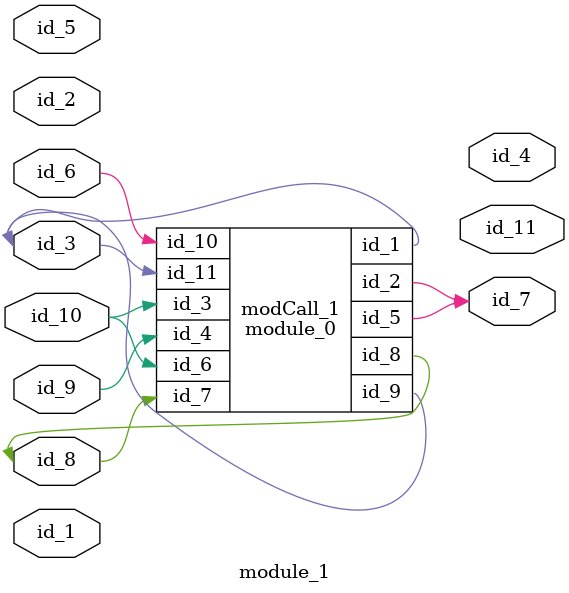
<source format=v>
module module_0 (
    id_1,
    id_2,
    id_3,
    id_4,
    id_5,
    id_6,
    id_7,
    id_8,
    id_9,
    id_10,
    id_11
);
  input wire id_11;
  input wire id_10;
  output wire id_9;
  output wire id_8;
  input wire id_7;
  input wire id_6;
  output wire id_5;
  input wire id_4;
  input wire id_3;
  output wire id_2;
  output wire id_1;
  assign id_1 = id_3;
  wire id_12;
  assign id_5 = 1'h0 > id_11 ^ id_11;
  wire id_13;
endmodule
module module_1 (
    id_1,
    id_2,
    id_3,
    id_4,
    id_5,
    id_6,
    id_7,
    id_8,
    id_9,
    id_10,
    id_11
);
  output wire id_11;
  input wire id_10;
  inout wire id_9;
  inout wire id_8;
  output wire id_7;
  inout wire id_6;
  input wire id_5;
  output wire id_4;
  inout wire id_3;
  input wire id_2;
  input wire id_1;
  module_0 modCall_1 (
      id_3,
      id_7,
      id_10,
      id_9,
      id_7,
      id_10,
      id_8,
      id_8,
      id_3,
      id_6,
      id_3
  );
endmodule

</source>
